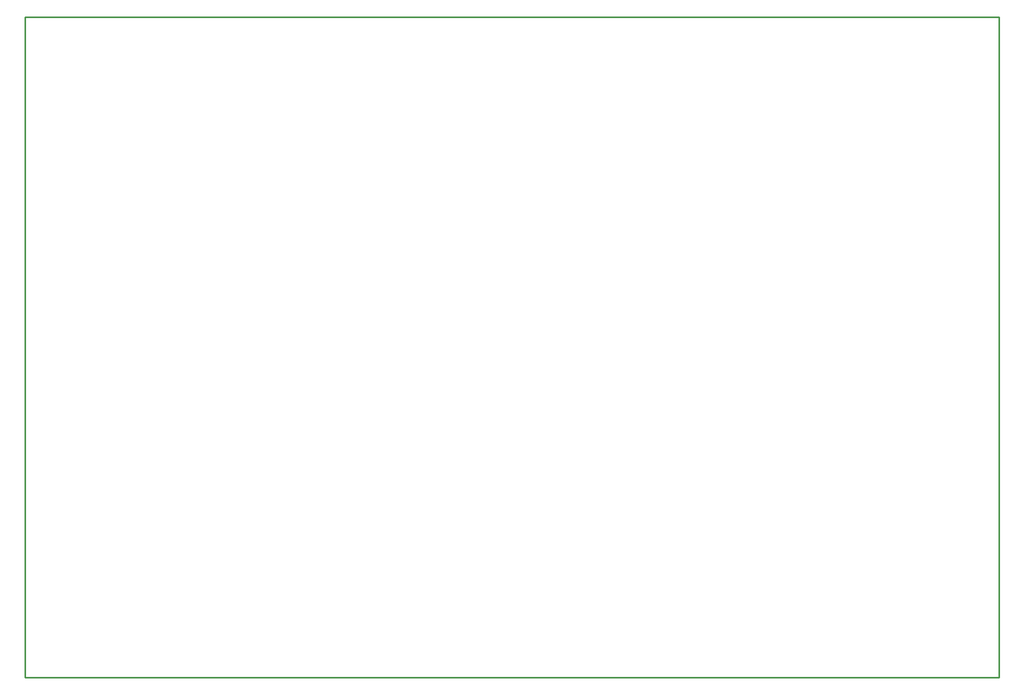
<source format=gbr>
G04 EAGLE Gerber RS-274X export*
G75*
%MOMM*%
%FSLAX34Y34*%
%LPD*%
%IN*%
%IPPOS*%
%AMOC8*
5,1,8,0,0,1.08239X$1,22.5*%
G01*
%ADD10C,0.254000*%


D10*
X63500Y-76200D02*
X1612700Y-76200D01*
X1612700Y974600D01*
X63500Y974600D01*
X63500Y-76200D01*
M02*

</source>
